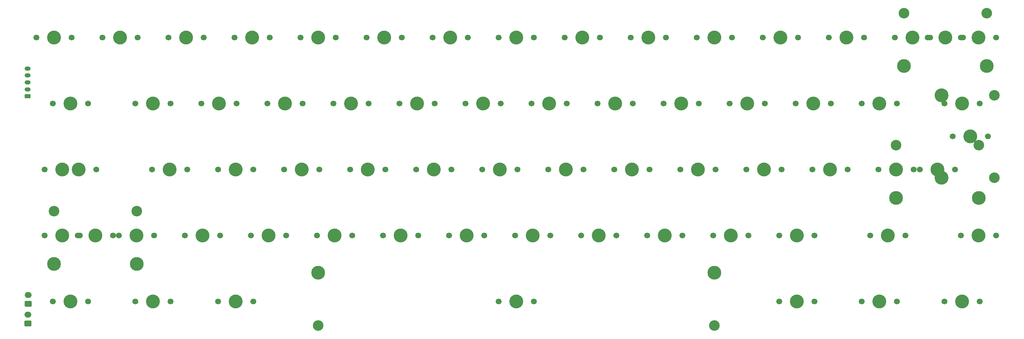
<source format=gbr>
%TF.GenerationSoftware,KiCad,Pcbnew,8.99.0-946-gf00a1ab517*%
%TF.CreationDate,2024-06-06T17:08:16+07:00*%
%TF.ProjectId,Sebas_nuxros,53656261-735f-46e7-9578-726f732e6b69,rev?*%
%TF.SameCoordinates,Original*%
%TF.FileFunction,Soldermask,Top*%
%TF.FilePolarity,Negative*%
%FSLAX46Y46*%
G04 Gerber Fmt 4.6, Leading zero omitted, Abs format (unit mm)*
G04 Created by KiCad (PCBNEW 8.99.0-946-gf00a1ab517) date 2024-06-06 17:08:16*
%MOMM*%
%LPD*%
G01*
G04 APERTURE LIST*
G04 Aperture macros list*
%AMRoundRect*
0 Rectangle with rounded corners*
0 $1 Rounding radius*
0 $2 $3 $4 $5 $6 $7 $8 $9 X,Y pos of 4 corners*
0 Add a 4 corners polygon primitive as box body*
4,1,4,$2,$3,$4,$5,$6,$7,$8,$9,$2,$3,0*
0 Add four circle primitives for the rounded corners*
1,1,$1+$1,$2,$3*
1,1,$1+$1,$4,$5*
1,1,$1+$1,$6,$7*
1,1,$1+$1,$8,$9*
0 Add four rect primitives between the rounded corners*
20,1,$1+$1,$2,$3,$4,$5,0*
20,1,$1+$1,$4,$5,$6,$7,0*
20,1,$1+$1,$6,$7,$8,$9,0*
20,1,$1+$1,$8,$9,$2,$3,0*%
G04 Aperture macros list end*
%ADD10C,1.700000*%
%ADD11C,4.000000*%
%ADD12C,3.050000*%
%ADD13RoundRect,0.250000X0.750000X-0.600000X0.750000X0.600000X-0.750000X0.600000X-0.750000X-0.600000X0*%
%ADD14O,2.000000X1.700000*%
%ADD15C,3.048000*%
%ADD16C,3.987800*%
%ADD17RoundRect,0.250000X0.625000X-0.350000X0.625000X0.350000X-0.625000X0.350000X-0.625000X-0.350000X0*%
%ADD18O,1.750000X1.200000*%
G04 APERTURE END LIST*
D10*
%TO.C,SW51*%
X163690000Y-90030000D03*
D11*
X168770000Y-90030000D03*
D10*
X173850000Y-90030000D03*
%TD*%
%TO.C,SW4*%
X63677500Y-32880000D03*
D11*
X68757500Y-32880000D03*
D10*
X73837500Y-32880000D03*
%TD*%
%TO.C,SW21*%
X111302500Y-51930000D03*
D11*
X116382500Y-51930000D03*
D10*
X121462500Y-51930000D03*
%TD*%
%TO.C,SW57*%
X11290500Y-109080000D03*
D11*
X16370500Y-109080000D03*
D10*
X21450500Y-109080000D03*
%TD*%
%TO.C,SW58*%
X35102500Y-109080000D03*
D11*
X40182500Y-109080000D03*
D10*
X45262500Y-109080000D03*
%TD*%
%TO.C,SW49*%
X125590000Y-90030000D03*
D11*
X130670000Y-90030000D03*
D10*
X135750000Y-90030000D03*
%TD*%
%TO.C,SW20*%
X92252500Y-51930000D03*
D11*
X97332500Y-51930000D03*
D10*
X102412500Y-51930000D03*
%TD*%
%TO.C,SW35*%
X116065000Y-70980000D03*
D11*
X121145000Y-70980000D03*
D10*
X126225000Y-70980000D03*
%TD*%
%TO.C,SW17*%
X35102500Y-51930000D03*
D11*
X40182500Y-51930000D03*
D10*
X45262500Y-51930000D03*
%TD*%
%TO.C,SW12*%
X216077500Y-32880000D03*
D11*
X221157500Y-32880000D03*
D10*
X226237500Y-32880000D03*
%TD*%
D11*
%TO.C,SW1003*%
X267685999Y-49555000D03*
X267685999Y-73355000D03*
D10*
X270845999Y-61455000D03*
D11*
X275925999Y-61455000D03*
D10*
X281005999Y-61455000D03*
D12*
X282925999Y-49555000D03*
X282925999Y-73355000D03*
%TD*%
D10*
%TO.C,SW16*%
X11290500Y-51930000D03*
D11*
X16370500Y-51930000D03*
D10*
X21450500Y-51930000D03*
%TD*%
%TO.C,SW33*%
X77965000Y-70980000D03*
D11*
X83045000Y-70980000D03*
D10*
X88125000Y-70980000D03*
%TD*%
%TO.C,SW13*%
X235127500Y-32880000D03*
D11*
X240207500Y-32880000D03*
D10*
X245287500Y-32880000D03*
%TD*%
D13*
%TO.C,SWb\u00F4trst1*%
X4135000Y-109730000D03*
D14*
X4135000Y-107230000D03*
%TD*%
D10*
%TO.C,SW1004*%
X249415000Y-70980000D03*
D11*
X254495000Y-70980000D03*
D10*
X259575000Y-70980000D03*
%TD*%
%TO.C,SW37*%
X154165000Y-70980000D03*
D11*
X159245000Y-70980000D03*
D10*
X164325000Y-70980000D03*
%TD*%
%TO.C,SW8*%
X139877500Y-32880000D03*
D11*
X144957500Y-32880000D03*
D10*
X150037500Y-32880000D03*
%TD*%
%TO.C,SW1*%
X6527500Y-32880000D03*
D11*
X11607500Y-32880000D03*
D10*
X16687500Y-32880000D03*
%TD*%
%TO.C,SW10*%
X177977500Y-32880000D03*
D11*
X183057500Y-32880000D03*
D10*
X188137500Y-32880000D03*
%TD*%
%TO.C,SW55*%
X247034000Y-90030000D03*
D11*
X252114000Y-90030000D03*
D10*
X257194000Y-90030000D03*
%TD*%
%TO.C,SW27*%
X225602500Y-51930000D03*
D11*
X230682500Y-51930000D03*
D10*
X235762500Y-51930000D03*
%TD*%
%TO.C,SW44*%
X30340000Y-90030000D03*
D11*
X35420000Y-90030000D03*
D10*
X40500000Y-90030000D03*
%TD*%
%TO.C,SW25*%
X187502500Y-51930000D03*
D11*
X192582500Y-51930000D03*
D10*
X197662500Y-51930000D03*
%TD*%
%TO.C,SW36*%
X135115000Y-70980000D03*
D11*
X140195000Y-70980000D03*
D10*
X145275000Y-70980000D03*
%TD*%
%TO.C,SW46*%
X68440000Y-90030000D03*
D11*
X73520000Y-90030000D03*
D10*
X78600000Y-90030000D03*
%TD*%
%TO.C,SW6*%
X101777500Y-32880000D03*
D11*
X106857500Y-32880000D03*
D10*
X111937500Y-32880000D03*
%TD*%
%TO.C,SW30*%
X13671500Y-70980000D03*
D11*
X18751500Y-70980000D03*
D10*
X23831500Y-70980000D03*
%TD*%
%TO.C,SW40*%
X211315000Y-70980000D03*
D11*
X216395000Y-70980000D03*
D10*
X221475000Y-70980000D03*
%TD*%
%TO.C,SW7*%
X120827500Y-32880000D03*
D11*
X125907500Y-32880000D03*
D10*
X130987500Y-32880000D03*
%TD*%
%TO.C,SW41*%
X230365000Y-70980000D03*
D11*
X235445000Y-70980000D03*
D10*
X240525000Y-70980000D03*
%TD*%
%TO.C,SW38*%
X173215000Y-70980000D03*
D11*
X178295000Y-70980000D03*
D10*
X183375000Y-70980000D03*
%TD*%
%TO.C,SW52*%
X182740000Y-90030000D03*
D11*
X187820000Y-90030000D03*
D10*
X192900000Y-90030000D03*
%TD*%
%TO.C,SW15*%
X273227500Y-32880000D03*
D11*
X278307500Y-32880000D03*
D10*
X283387500Y-32880000D03*
%TD*%
%TO.C,SW29*%
X268465500Y-51930000D03*
D11*
X273545500Y-51930000D03*
D10*
X278625500Y-51930000D03*
%TD*%
D15*
%TO.C,SW43*%
X254537600Y-63995000D03*
D16*
X254537600Y-79235000D03*
D10*
X261395600Y-70980000D03*
D11*
X266475600Y-70980000D03*
D10*
X271555600Y-70980000D03*
D15*
X278413600Y-63995000D03*
D16*
X278413600Y-79235000D03*
%TD*%
D10*
%TO.C,SW32*%
X58915000Y-70980000D03*
D11*
X63995000Y-70980000D03*
D10*
X69075000Y-70980000D03*
%TD*%
%TO.C,SW11*%
X197027500Y-32880000D03*
D11*
X202107500Y-32880000D03*
D10*
X207187500Y-32880000D03*
%TD*%
D15*
%TO.C,SW1002*%
X256844500Y-25895000D03*
D16*
X256844500Y-41135000D03*
D10*
X263702500Y-32880000D03*
D11*
X268782500Y-32880000D03*
D10*
X273862500Y-32880000D03*
D15*
X280720500Y-25895000D03*
D16*
X280720500Y-41135000D03*
%TD*%
D10*
%TO.C,SW56*%
X273227500Y-90030000D03*
D11*
X278307500Y-90030000D03*
D10*
X283387500Y-90030000D03*
%TD*%
%TO.C,SW59*%
X58915500Y-109080000D03*
D11*
X63995500Y-109080000D03*
D10*
X69075500Y-109080000D03*
%TD*%
%TO.C,SW18*%
X54152500Y-51930000D03*
D11*
X59232500Y-51930000D03*
D10*
X64312500Y-51930000D03*
%TD*%
%TO.C,SW3*%
X44627500Y-32880000D03*
D11*
X49707500Y-32880000D03*
D10*
X54787500Y-32880000D03*
%TD*%
%TO.C,SW39*%
X192265000Y-70980000D03*
D11*
X197345000Y-70980000D03*
D10*
X202425000Y-70980000D03*
%TD*%
%TO.C,SW47*%
X87490000Y-90030000D03*
D11*
X92570000Y-90030000D03*
D10*
X97650000Y-90030000D03*
%TD*%
%TO.C,SW5*%
X82727500Y-32880000D03*
D11*
X87807500Y-32880000D03*
D10*
X92887500Y-32880000D03*
%TD*%
%TO.C,SW2*%
X25577500Y-32880000D03*
D11*
X30657500Y-32880000D03*
D10*
X35737500Y-32880000D03*
%TD*%
%TO.C,SW23*%
X149402500Y-51930000D03*
D11*
X154482500Y-51930000D03*
D10*
X159562500Y-51930000D03*
%TD*%
%TO.C,SW53*%
X201790000Y-90030000D03*
D11*
X206870000Y-90030000D03*
D10*
X211950000Y-90030000D03*
%TD*%
D13*
%TO.C,SWb\u00F4t1*%
X4070000Y-115430000D03*
D14*
X4070000Y-112930000D03*
%TD*%
D10*
%TO.C,SW31*%
X39865000Y-70980000D03*
D11*
X44945000Y-70980000D03*
D10*
X50025000Y-70980000D03*
%TD*%
%TO.C,SW1001*%
X8908500Y-70980000D03*
D11*
X13988500Y-70980000D03*
D10*
X19068500Y-70980000D03*
%TD*%
%TO.C,SW50*%
X144640000Y-90030000D03*
D11*
X149720000Y-90030000D03*
D10*
X154800000Y-90030000D03*
%TD*%
D16*
%TO.C,SW62*%
X87807500Y-100825000D03*
D15*
X87807500Y-116065000D03*
D10*
X139877500Y-109080000D03*
D11*
X144957500Y-109080000D03*
D10*
X150037500Y-109080000D03*
D16*
X202107500Y-100825000D03*
D15*
X202107500Y-116065000D03*
%TD*%
D10*
%TO.C,SW70*%
X268465500Y-109080000D03*
D11*
X273545500Y-109080000D03*
D10*
X278625500Y-109080000D03*
%TD*%
%TO.C,SW69*%
X244652500Y-109080000D03*
D11*
X249732500Y-109080000D03*
D10*
X254812500Y-109080000D03*
%TD*%
%TO.C,SW22*%
X130352500Y-51930000D03*
D11*
X135432500Y-51930000D03*
D10*
X140512500Y-51930000D03*
%TD*%
%TO.C,SW68*%
X220840500Y-109080000D03*
D11*
X225920500Y-109080000D03*
D10*
X231000500Y-109080000D03*
%TD*%
%TO.C,SW28*%
X244652500Y-51930000D03*
D11*
X249732500Y-51930000D03*
D10*
X254812500Y-51930000D03*
%TD*%
D15*
%TO.C,SW1000*%
X11650100Y-83045000D03*
D16*
X11650100Y-98285000D03*
D10*
X18508100Y-90030000D03*
D11*
X23588100Y-90030000D03*
D10*
X28668100Y-90030000D03*
D15*
X35526100Y-83045000D03*
D16*
X35526100Y-98285000D03*
%TD*%
D10*
%TO.C,SW42*%
X8908500Y-90030000D03*
D11*
X13988500Y-90030000D03*
D10*
X19068500Y-90030000D03*
%TD*%
%TO.C,SW14*%
X254177500Y-32880000D03*
D11*
X259257500Y-32880000D03*
D10*
X264337500Y-32880000D03*
%TD*%
D17*
%TO.C,J2*%
X3970000Y-49830000D03*
D18*
X3970000Y-47830000D03*
X3970000Y-45830000D03*
X3970000Y-43830000D03*
X3970000Y-41830000D03*
%TD*%
D10*
%TO.C,SW34*%
X97015000Y-70980000D03*
D11*
X102095000Y-70980000D03*
D10*
X107175000Y-70980000D03*
%TD*%
%TO.C,SW26*%
X206552500Y-51930000D03*
D11*
X211632500Y-51930000D03*
D10*
X216712500Y-51930000D03*
%TD*%
%TO.C,SW45*%
X49390000Y-90030000D03*
D11*
X54470000Y-90030000D03*
D10*
X59550000Y-90030000D03*
%TD*%
%TO.C,SW24*%
X168452500Y-51930000D03*
D11*
X173532500Y-51930000D03*
D10*
X178612500Y-51930000D03*
%TD*%
%TO.C,SW19*%
X73202500Y-51930000D03*
D11*
X78282500Y-51930000D03*
D10*
X83362500Y-51930000D03*
%TD*%
%TO.C,SW54*%
X220840000Y-90030000D03*
D11*
X225920000Y-90030000D03*
D10*
X231000000Y-90030000D03*
%TD*%
%TO.C,SW48*%
X106540000Y-90030000D03*
D11*
X111620000Y-90030000D03*
D10*
X116700000Y-90030000D03*
%TD*%
%TO.C,SW9*%
X158927500Y-32880000D03*
D11*
X164007500Y-32880000D03*
D10*
X169087500Y-32880000D03*
%TD*%
M02*

</source>
